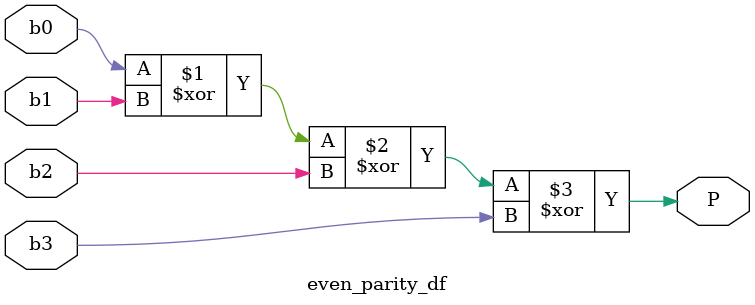
<source format=v>

module even_parity_df(b0, b1, b2, b3, P);
  
  input b0, b1, b2, b3;
  output P;
  
  assign P = ( b0 ^ b1 ^ b2 ^ b3 );
  
endmodule
  

</source>
